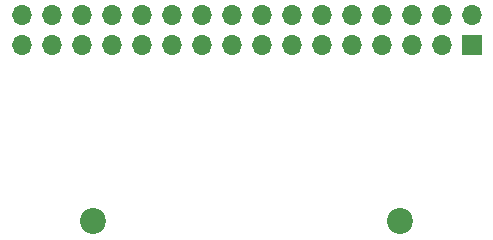
<source format=gbs>
%TF.GenerationSoftware,KiCad,Pcbnew,(5.1.10-1-10_14)*%
%TF.CreationDate,2023-03-27T22:45:21+08:00*%
%TF.ProjectId,GB_MemoryBackup_Subboard_A,47425f4d-656d-46f7-9279-4261636b7570,1.0*%
%TF.SameCoordinates,Original*%
%TF.FileFunction,Soldermask,Bot*%
%TF.FilePolarity,Negative*%
%FSLAX46Y46*%
G04 Gerber Fmt 4.6, Leading zero omitted, Abs format (unit mm)*
G04 Created by KiCad (PCBNEW (5.1.10-1-10_14)) date 2023-03-27 22:45:21*
%MOMM*%
%LPD*%
G01*
G04 APERTURE LIST*
%ADD10O,1.700000X1.700000*%
%ADD11R,1.700000X1.700000*%
%ADD12C,2.200000*%
G04 APERTURE END LIST*
D10*
%TO.C,J1*%
X150430000Y-83890000D03*
X150430000Y-86430000D03*
X152970000Y-83890000D03*
X152970000Y-86430000D03*
X155510000Y-83890000D03*
X155510000Y-86430000D03*
X158050000Y-83890000D03*
X158050000Y-86430000D03*
X160590000Y-83890000D03*
X160590000Y-86430000D03*
X163130000Y-83890000D03*
X163130000Y-86430000D03*
X165670000Y-83890000D03*
X165670000Y-86430000D03*
X168210000Y-83890000D03*
X168210000Y-86430000D03*
X170750000Y-83890000D03*
X170750000Y-86430000D03*
X173290000Y-83890000D03*
X173290000Y-86430000D03*
X175830000Y-83890000D03*
X175830000Y-86430000D03*
X178370000Y-83890000D03*
X178370000Y-86430000D03*
X180910000Y-83890000D03*
X180910000Y-86430000D03*
X183450000Y-83890000D03*
X183450000Y-86430000D03*
X185990000Y-83890000D03*
X185990000Y-86430000D03*
X188530000Y-83890000D03*
D11*
X188530000Y-86430000D03*
%TD*%
D12*
%TO.C,J2*%
X182480000Y-101340000D03*
X156480000Y-101340000D03*
%TD*%
M02*

</source>
